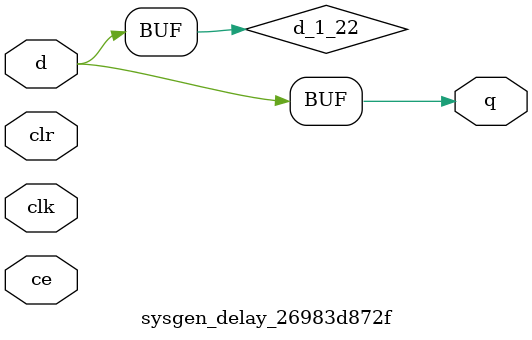
<source format=v>

`include "conv_pkg.v"
`timescale 1 ns / 10 ps
module dsp_blr_inputonly_2_xldelay #(parameter width = -1, latency = -1, reg_retiming = 0, reset = 0)
  (input [width-1:0] d,
   input ce, clk, en, rst,
   output [width-1:0] q);

generate
  if ((latency == 0) || ((reg_retiming == 0) && (reset == 0)))
  begin:srl_delay
    synth_reg # (width, latency)
      reg1 (
        .i(d),
        .ce(ce & en),
        .clr(1'b0),
        .clk(clk),
        .o(q));
  end

  if ((latency>=1) && ((reg_retiming) || (reset)))
  begin:reg_delay
    synth_reg_reg # (width, latency)
      reg2 (
        .i(d),
        .ce(ce & en),
        .clr(rst),
        .clk(clk),
        .o(q));
  end
endgenerate
endmodule
`timescale 1 ns / 10 ps
module sysgen_delay_226817aacd (
  input [(32 - 1):0] d,
  output [(32 - 1):0] q,
  input clk,
  input ce,
  input clr);
  wire [(32 - 1):0] d_1_22;
  localparam [(1 - 1):0] const_value = 1'b0;
  assign d_1_22 = d;
  assign q = d_1_22;
endmodule
`timescale 1 ns / 10 ps
module sysgen_delay_26983d872f (
  input [(1 - 1):0] d,
  output [(1 - 1):0] q,
  input clk,
  input ce,
  input clr);
  wire d_1_22;
  localparam [(1 - 1):0] const_value = 1'b0;
  assign d_1_22 = d;
  assign q = d_1_22;
endmodule

</source>
